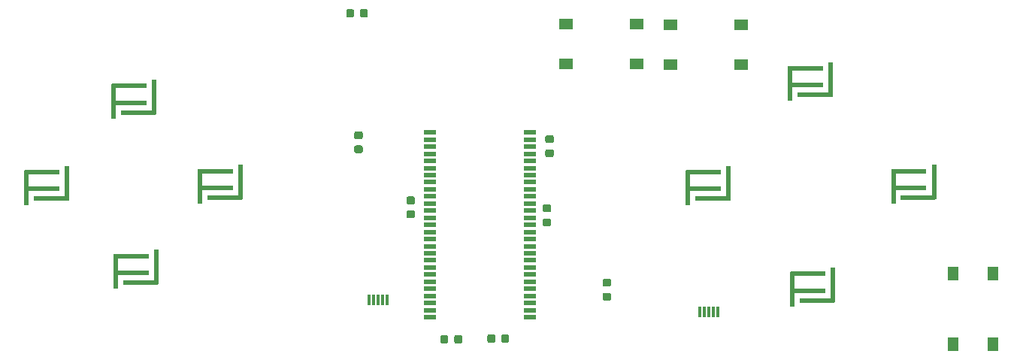
<source format=gbr>
G04 #@! TF.GenerationSoftware,KiCad,Pcbnew,5.1.3-ffb9f22~84~ubuntu18.10.1*
G04 #@! TF.CreationDate,2019-11-11T13:28:35-06:00*
G04 #@! TF.ProjectId,BurnedHead,4275726e-6564-4486-9561-642e6b696361,rev?*
G04 #@! TF.SameCoordinates,Original*
G04 #@! TF.FileFunction,Paste,Top*
G04 #@! TF.FilePolarity,Positive*
%FSLAX46Y46*%
G04 Gerber Fmt 4.6, Leading zero omitted, Abs format (unit mm)*
G04 Created by KiCad (PCBNEW 5.1.3-ffb9f22~84~ubuntu18.10.1) date 2019-11-11 13:28:35*
%MOMM*%
%LPD*%
G04 APERTURE LIST*
%ADD10R,0.300000X1.300000*%
%ADD11C,0.100000*%
%ADD12C,0.875000*%
%ADD13R,1.440000X0.550000*%
%ADD14R,1.300000X1.550000*%
%ADD15R,1.550000X1.300000*%
%ADD16R,4.000000X0.500000*%
%ADD17R,0.500000X4.000000*%
G04 APERTURE END LIST*
D10*
X240754660Y-176314620D03*
X241254660Y-176314620D03*
X241754660Y-176314620D03*
X242254660Y-176314620D03*
X242754660Y-176314620D03*
D11*
G36*
X224085982Y-156394288D02*
G01*
X224107217Y-156397438D01*
X224128041Y-156402654D01*
X224148253Y-156409886D01*
X224167659Y-156419065D01*
X224186072Y-156430101D01*
X224203315Y-156442889D01*
X224219221Y-156457305D01*
X224233637Y-156473211D01*
X224246425Y-156490454D01*
X224257461Y-156508867D01*
X224266640Y-156528273D01*
X224273872Y-156548485D01*
X224279088Y-156569309D01*
X224282238Y-156590544D01*
X224283291Y-156611985D01*
X224283291Y-157049485D01*
X224282238Y-157070926D01*
X224279088Y-157092161D01*
X224273872Y-157112985D01*
X224266640Y-157133197D01*
X224257461Y-157152603D01*
X224246425Y-157171016D01*
X224233637Y-157188259D01*
X224219221Y-157204165D01*
X224203315Y-157218581D01*
X224186072Y-157231369D01*
X224167659Y-157242405D01*
X224148253Y-157251584D01*
X224128041Y-157258816D01*
X224107217Y-157264032D01*
X224085982Y-157267182D01*
X224064541Y-157268235D01*
X223552041Y-157268235D01*
X223530600Y-157267182D01*
X223509365Y-157264032D01*
X223488541Y-157258816D01*
X223468329Y-157251584D01*
X223448923Y-157242405D01*
X223430510Y-157231369D01*
X223413267Y-157218581D01*
X223397361Y-157204165D01*
X223382945Y-157188259D01*
X223370157Y-157171016D01*
X223359121Y-157152603D01*
X223349942Y-157133197D01*
X223342710Y-157112985D01*
X223337494Y-157092161D01*
X223334344Y-157070926D01*
X223333291Y-157049485D01*
X223333291Y-156611985D01*
X223334344Y-156590544D01*
X223337494Y-156569309D01*
X223342710Y-156548485D01*
X223349942Y-156528273D01*
X223359121Y-156508867D01*
X223370157Y-156490454D01*
X223382945Y-156473211D01*
X223397361Y-156457305D01*
X223413267Y-156442889D01*
X223430510Y-156430101D01*
X223448923Y-156419065D01*
X223468329Y-156409886D01*
X223488541Y-156402654D01*
X223509365Y-156397438D01*
X223530600Y-156394288D01*
X223552041Y-156393235D01*
X224064541Y-156393235D01*
X224085982Y-156394288D01*
X224085982Y-156394288D01*
G37*
D12*
X223808291Y-156830735D03*
D11*
G36*
X224085982Y-157969288D02*
G01*
X224107217Y-157972438D01*
X224128041Y-157977654D01*
X224148253Y-157984886D01*
X224167659Y-157994065D01*
X224186072Y-158005101D01*
X224203315Y-158017889D01*
X224219221Y-158032305D01*
X224233637Y-158048211D01*
X224246425Y-158065454D01*
X224257461Y-158083867D01*
X224266640Y-158103273D01*
X224273872Y-158123485D01*
X224279088Y-158144309D01*
X224282238Y-158165544D01*
X224283291Y-158186985D01*
X224283291Y-158624485D01*
X224282238Y-158645926D01*
X224279088Y-158667161D01*
X224273872Y-158687985D01*
X224266640Y-158708197D01*
X224257461Y-158727603D01*
X224246425Y-158746016D01*
X224233637Y-158763259D01*
X224219221Y-158779165D01*
X224203315Y-158793581D01*
X224186072Y-158806369D01*
X224167659Y-158817405D01*
X224148253Y-158826584D01*
X224128041Y-158833816D01*
X224107217Y-158839032D01*
X224085982Y-158842182D01*
X224064541Y-158843235D01*
X223552041Y-158843235D01*
X223530600Y-158842182D01*
X223509365Y-158839032D01*
X223488541Y-158833816D01*
X223468329Y-158826584D01*
X223448923Y-158817405D01*
X223430510Y-158806369D01*
X223413267Y-158793581D01*
X223397361Y-158779165D01*
X223382945Y-158763259D01*
X223370157Y-158746016D01*
X223359121Y-158727603D01*
X223349942Y-158708197D01*
X223342710Y-158687985D01*
X223337494Y-158667161D01*
X223334344Y-158645926D01*
X223333291Y-158624485D01*
X223333291Y-158186985D01*
X223334344Y-158165544D01*
X223337494Y-158144309D01*
X223342710Y-158123485D01*
X223349942Y-158103273D01*
X223359121Y-158083867D01*
X223370157Y-158065454D01*
X223382945Y-158048211D01*
X223397361Y-158032305D01*
X223413267Y-158017889D01*
X223430510Y-158005101D01*
X223448923Y-157994065D01*
X223468329Y-157984886D01*
X223488541Y-157977654D01*
X223509365Y-157972438D01*
X223530600Y-157969288D01*
X223552041Y-157968235D01*
X224064541Y-157968235D01*
X224085982Y-157969288D01*
X224085982Y-157969288D01*
G37*
D12*
X223808291Y-158405735D03*
D11*
G36*
X223788212Y-165753223D02*
G01*
X223809447Y-165756373D01*
X223830271Y-165761589D01*
X223850483Y-165768821D01*
X223869889Y-165778000D01*
X223888302Y-165789036D01*
X223905545Y-165801824D01*
X223921451Y-165816240D01*
X223935867Y-165832146D01*
X223948655Y-165849389D01*
X223959691Y-165867802D01*
X223968870Y-165887208D01*
X223976102Y-165907420D01*
X223981318Y-165928244D01*
X223984468Y-165949479D01*
X223985521Y-165970920D01*
X223985521Y-166408420D01*
X223984468Y-166429861D01*
X223981318Y-166451096D01*
X223976102Y-166471920D01*
X223968870Y-166492132D01*
X223959691Y-166511538D01*
X223948655Y-166529951D01*
X223935867Y-166547194D01*
X223921451Y-166563100D01*
X223905545Y-166577516D01*
X223888302Y-166590304D01*
X223869889Y-166601340D01*
X223850483Y-166610519D01*
X223830271Y-166617751D01*
X223809447Y-166622967D01*
X223788212Y-166626117D01*
X223766771Y-166627170D01*
X223254271Y-166627170D01*
X223232830Y-166626117D01*
X223211595Y-166622967D01*
X223190771Y-166617751D01*
X223170559Y-166610519D01*
X223151153Y-166601340D01*
X223132740Y-166590304D01*
X223115497Y-166577516D01*
X223099591Y-166563100D01*
X223085175Y-166547194D01*
X223072387Y-166529951D01*
X223061351Y-166511538D01*
X223052172Y-166492132D01*
X223044940Y-166471920D01*
X223039724Y-166451096D01*
X223036574Y-166429861D01*
X223035521Y-166408420D01*
X223035521Y-165970920D01*
X223036574Y-165949479D01*
X223039724Y-165928244D01*
X223044940Y-165907420D01*
X223052172Y-165887208D01*
X223061351Y-165867802D01*
X223072387Y-165849389D01*
X223085175Y-165832146D01*
X223099591Y-165816240D01*
X223115497Y-165801824D01*
X223132740Y-165789036D01*
X223151153Y-165778000D01*
X223170559Y-165768821D01*
X223190771Y-165761589D01*
X223211595Y-165756373D01*
X223232830Y-165753223D01*
X223254271Y-165752170D01*
X223766771Y-165752170D01*
X223788212Y-165753223D01*
X223788212Y-165753223D01*
G37*
D12*
X223510521Y-166189670D03*
D11*
G36*
X223788212Y-164178223D02*
G01*
X223809447Y-164181373D01*
X223830271Y-164186589D01*
X223850483Y-164193821D01*
X223869889Y-164203000D01*
X223888302Y-164214036D01*
X223905545Y-164226824D01*
X223921451Y-164241240D01*
X223935867Y-164257146D01*
X223948655Y-164274389D01*
X223959691Y-164292802D01*
X223968870Y-164312208D01*
X223976102Y-164332420D01*
X223981318Y-164353244D01*
X223984468Y-164374479D01*
X223985521Y-164395920D01*
X223985521Y-164833420D01*
X223984468Y-164854861D01*
X223981318Y-164876096D01*
X223976102Y-164896920D01*
X223968870Y-164917132D01*
X223959691Y-164936538D01*
X223948655Y-164954951D01*
X223935867Y-164972194D01*
X223921451Y-164988100D01*
X223905545Y-165002516D01*
X223888302Y-165015304D01*
X223869889Y-165026340D01*
X223850483Y-165035519D01*
X223830271Y-165042751D01*
X223809447Y-165047967D01*
X223788212Y-165051117D01*
X223766771Y-165052170D01*
X223254271Y-165052170D01*
X223232830Y-165051117D01*
X223211595Y-165047967D01*
X223190771Y-165042751D01*
X223170559Y-165035519D01*
X223151153Y-165026340D01*
X223132740Y-165015304D01*
X223115497Y-165002516D01*
X223099591Y-164988100D01*
X223085175Y-164972194D01*
X223072387Y-164954951D01*
X223061351Y-164936538D01*
X223052172Y-164917132D01*
X223044940Y-164896920D01*
X223039724Y-164876096D01*
X223036574Y-164854861D01*
X223035521Y-164833420D01*
X223035521Y-164395920D01*
X223036574Y-164374479D01*
X223039724Y-164353244D01*
X223044940Y-164332420D01*
X223052172Y-164312208D01*
X223061351Y-164292802D01*
X223072387Y-164274389D01*
X223085175Y-164257146D01*
X223099591Y-164241240D01*
X223115497Y-164226824D01*
X223132740Y-164214036D01*
X223151153Y-164203000D01*
X223170559Y-164193821D01*
X223190771Y-164186589D01*
X223211595Y-164181373D01*
X223232830Y-164178223D01*
X223254271Y-164177170D01*
X223766771Y-164177170D01*
X223788212Y-164178223D01*
X223788212Y-164178223D01*
G37*
D12*
X223510521Y-164614670D03*
D11*
G36*
X202573116Y-155956137D02*
G01*
X202594351Y-155959287D01*
X202615175Y-155964503D01*
X202635387Y-155971735D01*
X202654793Y-155980914D01*
X202673206Y-155991950D01*
X202690449Y-156004738D01*
X202706355Y-156019154D01*
X202720771Y-156035060D01*
X202733559Y-156052303D01*
X202744595Y-156070716D01*
X202753774Y-156090122D01*
X202761006Y-156110334D01*
X202766222Y-156131158D01*
X202769372Y-156152393D01*
X202770425Y-156173834D01*
X202770425Y-156611334D01*
X202769372Y-156632775D01*
X202766222Y-156654010D01*
X202761006Y-156674834D01*
X202753774Y-156695046D01*
X202744595Y-156714452D01*
X202733559Y-156732865D01*
X202720771Y-156750108D01*
X202706355Y-156766014D01*
X202690449Y-156780430D01*
X202673206Y-156793218D01*
X202654793Y-156804254D01*
X202635387Y-156813433D01*
X202615175Y-156820665D01*
X202594351Y-156825881D01*
X202573116Y-156829031D01*
X202551675Y-156830084D01*
X202039175Y-156830084D01*
X202017734Y-156829031D01*
X201996499Y-156825881D01*
X201975675Y-156820665D01*
X201955463Y-156813433D01*
X201936057Y-156804254D01*
X201917644Y-156793218D01*
X201900401Y-156780430D01*
X201884495Y-156766014D01*
X201870079Y-156750108D01*
X201857291Y-156732865D01*
X201846255Y-156714452D01*
X201837076Y-156695046D01*
X201829844Y-156674834D01*
X201824628Y-156654010D01*
X201821478Y-156632775D01*
X201820425Y-156611334D01*
X201820425Y-156173834D01*
X201821478Y-156152393D01*
X201824628Y-156131158D01*
X201829844Y-156110334D01*
X201837076Y-156090122D01*
X201846255Y-156070716D01*
X201857291Y-156052303D01*
X201870079Y-156035060D01*
X201884495Y-156019154D01*
X201900401Y-156004738D01*
X201917644Y-155991950D01*
X201936057Y-155980914D01*
X201955463Y-155971735D01*
X201975675Y-155964503D01*
X201996499Y-155959287D01*
X202017734Y-155956137D01*
X202039175Y-155955084D01*
X202551675Y-155955084D01*
X202573116Y-155956137D01*
X202573116Y-155956137D01*
G37*
D12*
X202295425Y-156392584D03*
D11*
G36*
X202573116Y-157531137D02*
G01*
X202594351Y-157534287D01*
X202615175Y-157539503D01*
X202635387Y-157546735D01*
X202654793Y-157555914D01*
X202673206Y-157566950D01*
X202690449Y-157579738D01*
X202706355Y-157594154D01*
X202720771Y-157610060D01*
X202733559Y-157627303D01*
X202744595Y-157645716D01*
X202753774Y-157665122D01*
X202761006Y-157685334D01*
X202766222Y-157706158D01*
X202769372Y-157727393D01*
X202770425Y-157748834D01*
X202770425Y-158186334D01*
X202769372Y-158207775D01*
X202766222Y-158229010D01*
X202761006Y-158249834D01*
X202753774Y-158270046D01*
X202744595Y-158289452D01*
X202733559Y-158307865D01*
X202720771Y-158325108D01*
X202706355Y-158341014D01*
X202690449Y-158355430D01*
X202673206Y-158368218D01*
X202654793Y-158379254D01*
X202635387Y-158388433D01*
X202615175Y-158395665D01*
X202594351Y-158400881D01*
X202573116Y-158404031D01*
X202551675Y-158405084D01*
X202039175Y-158405084D01*
X202017734Y-158404031D01*
X201996499Y-158400881D01*
X201975675Y-158395665D01*
X201955463Y-158388433D01*
X201936057Y-158379254D01*
X201917644Y-158368218D01*
X201900401Y-158355430D01*
X201884495Y-158341014D01*
X201870079Y-158325108D01*
X201857291Y-158307865D01*
X201846255Y-158289452D01*
X201837076Y-158270046D01*
X201829844Y-158249834D01*
X201824628Y-158229010D01*
X201821478Y-158207775D01*
X201820425Y-158186334D01*
X201820425Y-157748834D01*
X201821478Y-157727393D01*
X201824628Y-157706158D01*
X201829844Y-157685334D01*
X201837076Y-157665122D01*
X201846255Y-157645716D01*
X201857291Y-157627303D01*
X201870079Y-157610060D01*
X201884495Y-157594154D01*
X201900401Y-157579738D01*
X201917644Y-157566950D01*
X201936057Y-157555914D01*
X201955463Y-157546735D01*
X201975675Y-157539503D01*
X201996499Y-157534287D01*
X202017734Y-157531137D01*
X202039175Y-157530084D01*
X202551675Y-157530084D01*
X202573116Y-157531137D01*
X202573116Y-157531137D01*
G37*
D12*
X202295425Y-157967584D03*
D11*
G36*
X213765725Y-178902695D02*
G01*
X213786960Y-178905845D01*
X213807784Y-178911061D01*
X213827996Y-178918293D01*
X213847402Y-178927472D01*
X213865815Y-178938508D01*
X213883058Y-178951296D01*
X213898964Y-178965712D01*
X213913380Y-178981618D01*
X213926168Y-178998861D01*
X213937204Y-179017274D01*
X213946383Y-179036680D01*
X213953615Y-179056892D01*
X213958831Y-179077716D01*
X213961981Y-179098951D01*
X213963034Y-179120392D01*
X213963034Y-179632892D01*
X213961981Y-179654333D01*
X213958831Y-179675568D01*
X213953615Y-179696392D01*
X213946383Y-179716604D01*
X213937204Y-179736010D01*
X213926168Y-179754423D01*
X213913380Y-179771666D01*
X213898964Y-179787572D01*
X213883058Y-179801988D01*
X213865815Y-179814776D01*
X213847402Y-179825812D01*
X213827996Y-179834991D01*
X213807784Y-179842223D01*
X213786960Y-179847439D01*
X213765725Y-179850589D01*
X213744284Y-179851642D01*
X213306784Y-179851642D01*
X213285343Y-179850589D01*
X213264108Y-179847439D01*
X213243284Y-179842223D01*
X213223072Y-179834991D01*
X213203666Y-179825812D01*
X213185253Y-179814776D01*
X213168010Y-179801988D01*
X213152104Y-179787572D01*
X213137688Y-179771666D01*
X213124900Y-179754423D01*
X213113864Y-179736010D01*
X213104685Y-179716604D01*
X213097453Y-179696392D01*
X213092237Y-179675568D01*
X213089087Y-179654333D01*
X213088034Y-179632892D01*
X213088034Y-179120392D01*
X213089087Y-179098951D01*
X213092237Y-179077716D01*
X213097453Y-179056892D01*
X213104685Y-179036680D01*
X213113864Y-179017274D01*
X213124900Y-178998861D01*
X213137688Y-178981618D01*
X213152104Y-178965712D01*
X213168010Y-178951296D01*
X213185253Y-178938508D01*
X213203666Y-178927472D01*
X213223072Y-178918293D01*
X213243284Y-178911061D01*
X213264108Y-178905845D01*
X213285343Y-178902695D01*
X213306784Y-178901642D01*
X213744284Y-178901642D01*
X213765725Y-178902695D01*
X213765725Y-178902695D01*
G37*
D12*
X213525534Y-179376642D03*
D11*
G36*
X212190725Y-178902695D02*
G01*
X212211960Y-178905845D01*
X212232784Y-178911061D01*
X212252996Y-178918293D01*
X212272402Y-178927472D01*
X212290815Y-178938508D01*
X212308058Y-178951296D01*
X212323964Y-178965712D01*
X212338380Y-178981618D01*
X212351168Y-178998861D01*
X212362204Y-179017274D01*
X212371383Y-179036680D01*
X212378615Y-179056892D01*
X212383831Y-179077716D01*
X212386981Y-179098951D01*
X212388034Y-179120392D01*
X212388034Y-179632892D01*
X212386981Y-179654333D01*
X212383831Y-179675568D01*
X212378615Y-179696392D01*
X212371383Y-179716604D01*
X212362204Y-179736010D01*
X212351168Y-179754423D01*
X212338380Y-179771666D01*
X212323964Y-179787572D01*
X212308058Y-179801988D01*
X212290815Y-179814776D01*
X212272402Y-179825812D01*
X212252996Y-179834991D01*
X212232784Y-179842223D01*
X212211960Y-179847439D01*
X212190725Y-179850589D01*
X212169284Y-179851642D01*
X211731784Y-179851642D01*
X211710343Y-179850589D01*
X211689108Y-179847439D01*
X211668284Y-179842223D01*
X211648072Y-179834991D01*
X211628666Y-179825812D01*
X211610253Y-179814776D01*
X211593010Y-179801988D01*
X211577104Y-179787572D01*
X211562688Y-179771666D01*
X211549900Y-179754423D01*
X211538864Y-179736010D01*
X211529685Y-179716604D01*
X211522453Y-179696392D01*
X211517237Y-179675568D01*
X211514087Y-179654333D01*
X211513034Y-179632892D01*
X211513034Y-179120392D01*
X211514087Y-179098951D01*
X211517237Y-179077716D01*
X211522453Y-179056892D01*
X211529685Y-179036680D01*
X211538864Y-179017274D01*
X211549900Y-178998861D01*
X211562688Y-178981618D01*
X211577104Y-178965712D01*
X211593010Y-178951296D01*
X211610253Y-178938508D01*
X211628666Y-178927472D01*
X211648072Y-178918293D01*
X211668284Y-178911061D01*
X211689108Y-178905845D01*
X211710343Y-178902695D01*
X211731784Y-178901642D01*
X212169284Y-178901642D01*
X212190725Y-178902695D01*
X212190725Y-178902695D01*
G37*
D12*
X211950534Y-179376642D03*
D11*
G36*
X219066371Y-178814493D02*
G01*
X219087606Y-178817643D01*
X219108430Y-178822859D01*
X219128642Y-178830091D01*
X219148048Y-178839270D01*
X219166461Y-178850306D01*
X219183704Y-178863094D01*
X219199610Y-178877510D01*
X219214026Y-178893416D01*
X219226814Y-178910659D01*
X219237850Y-178929072D01*
X219247029Y-178948478D01*
X219254261Y-178968690D01*
X219259477Y-178989514D01*
X219262627Y-179010749D01*
X219263680Y-179032190D01*
X219263680Y-179544690D01*
X219262627Y-179566131D01*
X219259477Y-179587366D01*
X219254261Y-179608190D01*
X219247029Y-179628402D01*
X219237850Y-179647808D01*
X219226814Y-179666221D01*
X219214026Y-179683464D01*
X219199610Y-179699370D01*
X219183704Y-179713786D01*
X219166461Y-179726574D01*
X219148048Y-179737610D01*
X219128642Y-179746789D01*
X219108430Y-179754021D01*
X219087606Y-179759237D01*
X219066371Y-179762387D01*
X219044930Y-179763440D01*
X218607430Y-179763440D01*
X218585989Y-179762387D01*
X218564754Y-179759237D01*
X218543930Y-179754021D01*
X218523718Y-179746789D01*
X218504312Y-179737610D01*
X218485899Y-179726574D01*
X218468656Y-179713786D01*
X218452750Y-179699370D01*
X218438334Y-179683464D01*
X218425546Y-179666221D01*
X218414510Y-179647808D01*
X218405331Y-179628402D01*
X218398099Y-179608190D01*
X218392883Y-179587366D01*
X218389733Y-179566131D01*
X218388680Y-179544690D01*
X218388680Y-179032190D01*
X218389733Y-179010749D01*
X218392883Y-178989514D01*
X218398099Y-178968690D01*
X218405331Y-178948478D01*
X218414510Y-178929072D01*
X218425546Y-178910659D01*
X218438334Y-178893416D01*
X218452750Y-178877510D01*
X218468656Y-178863094D01*
X218485899Y-178850306D01*
X218504312Y-178839270D01*
X218523718Y-178830091D01*
X218543930Y-178822859D01*
X218564754Y-178817643D01*
X218585989Y-178814493D01*
X218607430Y-178813440D01*
X219044930Y-178813440D01*
X219066371Y-178814493D01*
X219066371Y-178814493D01*
G37*
D12*
X218826180Y-179288440D03*
D11*
G36*
X217491371Y-178814493D02*
G01*
X217512606Y-178817643D01*
X217533430Y-178822859D01*
X217553642Y-178830091D01*
X217573048Y-178839270D01*
X217591461Y-178850306D01*
X217608704Y-178863094D01*
X217624610Y-178877510D01*
X217639026Y-178893416D01*
X217651814Y-178910659D01*
X217662850Y-178929072D01*
X217672029Y-178948478D01*
X217679261Y-178968690D01*
X217684477Y-178989514D01*
X217687627Y-179010749D01*
X217688680Y-179032190D01*
X217688680Y-179544690D01*
X217687627Y-179566131D01*
X217684477Y-179587366D01*
X217679261Y-179608190D01*
X217672029Y-179628402D01*
X217662850Y-179647808D01*
X217651814Y-179666221D01*
X217639026Y-179683464D01*
X217624610Y-179699370D01*
X217608704Y-179713786D01*
X217591461Y-179726574D01*
X217573048Y-179737610D01*
X217553642Y-179746789D01*
X217533430Y-179754021D01*
X217512606Y-179759237D01*
X217491371Y-179762387D01*
X217469930Y-179763440D01*
X217032430Y-179763440D01*
X217010989Y-179762387D01*
X216989754Y-179759237D01*
X216968930Y-179754021D01*
X216948718Y-179746789D01*
X216929312Y-179737610D01*
X216910899Y-179726574D01*
X216893656Y-179713786D01*
X216877750Y-179699370D01*
X216863334Y-179683464D01*
X216850546Y-179666221D01*
X216839510Y-179647808D01*
X216830331Y-179628402D01*
X216823099Y-179608190D01*
X216817883Y-179587366D01*
X216814733Y-179566131D01*
X216813680Y-179544690D01*
X216813680Y-179032190D01*
X216814733Y-179010749D01*
X216817883Y-178989514D01*
X216823099Y-178968690D01*
X216830331Y-178948478D01*
X216839510Y-178929072D01*
X216850546Y-178910659D01*
X216863334Y-178893416D01*
X216877750Y-178877510D01*
X216893656Y-178863094D01*
X216910899Y-178850306D01*
X216929312Y-178839270D01*
X216948718Y-178830091D01*
X216968930Y-178822859D01*
X216989754Y-178817643D01*
X217010989Y-178814493D01*
X217032430Y-178813440D01*
X217469930Y-178813440D01*
X217491371Y-178814493D01*
X217491371Y-178814493D01*
G37*
D12*
X217251180Y-179288440D03*
D11*
G36*
X230541391Y-174132773D02*
G01*
X230562626Y-174135923D01*
X230583450Y-174141139D01*
X230603662Y-174148371D01*
X230623068Y-174157550D01*
X230641481Y-174168586D01*
X230658724Y-174181374D01*
X230674630Y-174195790D01*
X230689046Y-174211696D01*
X230701834Y-174228939D01*
X230712870Y-174247352D01*
X230722049Y-174266758D01*
X230729281Y-174286970D01*
X230734497Y-174307794D01*
X230737647Y-174329029D01*
X230738700Y-174350470D01*
X230738700Y-174787970D01*
X230737647Y-174809411D01*
X230734497Y-174830646D01*
X230729281Y-174851470D01*
X230722049Y-174871682D01*
X230712870Y-174891088D01*
X230701834Y-174909501D01*
X230689046Y-174926744D01*
X230674630Y-174942650D01*
X230658724Y-174957066D01*
X230641481Y-174969854D01*
X230623068Y-174980890D01*
X230603662Y-174990069D01*
X230583450Y-174997301D01*
X230562626Y-175002517D01*
X230541391Y-175005667D01*
X230519950Y-175006720D01*
X230007450Y-175006720D01*
X229986009Y-175005667D01*
X229964774Y-175002517D01*
X229943950Y-174997301D01*
X229923738Y-174990069D01*
X229904332Y-174980890D01*
X229885919Y-174969854D01*
X229868676Y-174957066D01*
X229852770Y-174942650D01*
X229838354Y-174926744D01*
X229825566Y-174909501D01*
X229814530Y-174891088D01*
X229805351Y-174871682D01*
X229798119Y-174851470D01*
X229792903Y-174830646D01*
X229789753Y-174809411D01*
X229788700Y-174787970D01*
X229788700Y-174350470D01*
X229789753Y-174329029D01*
X229792903Y-174307794D01*
X229798119Y-174286970D01*
X229805351Y-174266758D01*
X229814530Y-174247352D01*
X229825566Y-174228939D01*
X229838354Y-174211696D01*
X229852770Y-174195790D01*
X229868676Y-174181374D01*
X229885919Y-174168586D01*
X229904332Y-174157550D01*
X229923738Y-174148371D01*
X229943950Y-174141139D01*
X229964774Y-174135923D01*
X229986009Y-174132773D01*
X230007450Y-174131720D01*
X230519950Y-174131720D01*
X230541391Y-174132773D01*
X230541391Y-174132773D01*
G37*
D12*
X230263700Y-174569220D03*
D11*
G36*
X230541391Y-172557773D02*
G01*
X230562626Y-172560923D01*
X230583450Y-172566139D01*
X230603662Y-172573371D01*
X230623068Y-172582550D01*
X230641481Y-172593586D01*
X230658724Y-172606374D01*
X230674630Y-172620790D01*
X230689046Y-172636696D01*
X230701834Y-172653939D01*
X230712870Y-172672352D01*
X230722049Y-172691758D01*
X230729281Y-172711970D01*
X230734497Y-172732794D01*
X230737647Y-172754029D01*
X230738700Y-172775470D01*
X230738700Y-173212970D01*
X230737647Y-173234411D01*
X230734497Y-173255646D01*
X230729281Y-173276470D01*
X230722049Y-173296682D01*
X230712870Y-173316088D01*
X230701834Y-173334501D01*
X230689046Y-173351744D01*
X230674630Y-173367650D01*
X230658724Y-173382066D01*
X230641481Y-173394854D01*
X230623068Y-173405890D01*
X230603662Y-173415069D01*
X230583450Y-173422301D01*
X230562626Y-173427517D01*
X230541391Y-173430667D01*
X230519950Y-173431720D01*
X230007450Y-173431720D01*
X229986009Y-173430667D01*
X229964774Y-173427517D01*
X229943950Y-173422301D01*
X229923738Y-173415069D01*
X229904332Y-173405890D01*
X229885919Y-173394854D01*
X229868676Y-173382066D01*
X229852770Y-173367650D01*
X229838354Y-173351744D01*
X229825566Y-173334501D01*
X229814530Y-173316088D01*
X229805351Y-173296682D01*
X229798119Y-173276470D01*
X229792903Y-173255646D01*
X229789753Y-173234411D01*
X229788700Y-173212970D01*
X229788700Y-172775470D01*
X229789753Y-172754029D01*
X229792903Y-172732794D01*
X229798119Y-172711970D01*
X229805351Y-172691758D01*
X229814530Y-172672352D01*
X229825566Y-172653939D01*
X229838354Y-172636696D01*
X229852770Y-172620790D01*
X229868676Y-172606374D01*
X229885919Y-172593586D01*
X229904332Y-172582550D01*
X229923738Y-172573371D01*
X229943950Y-172566139D01*
X229964774Y-172560923D01*
X229986009Y-172557773D01*
X230007450Y-172556720D01*
X230519950Y-172556720D01*
X230541391Y-172557773D01*
X230541391Y-172557773D01*
G37*
D12*
X230263700Y-172994220D03*
D11*
G36*
X203153304Y-142174004D02*
G01*
X203174539Y-142177154D01*
X203195363Y-142182370D01*
X203215575Y-142189602D01*
X203234981Y-142198781D01*
X203253394Y-142209817D01*
X203270637Y-142222605D01*
X203286543Y-142237021D01*
X203300959Y-142252927D01*
X203313747Y-142270170D01*
X203324783Y-142288583D01*
X203333962Y-142307989D01*
X203341194Y-142328201D01*
X203346410Y-142349025D01*
X203349560Y-142370260D01*
X203350613Y-142391701D01*
X203350613Y-142904201D01*
X203349560Y-142925642D01*
X203346410Y-142946877D01*
X203341194Y-142967701D01*
X203333962Y-142987913D01*
X203324783Y-143007319D01*
X203313747Y-143025732D01*
X203300959Y-143042975D01*
X203286543Y-143058881D01*
X203270637Y-143073297D01*
X203253394Y-143086085D01*
X203234981Y-143097121D01*
X203215575Y-143106300D01*
X203195363Y-143113532D01*
X203174539Y-143118748D01*
X203153304Y-143121898D01*
X203131863Y-143122951D01*
X202694363Y-143122951D01*
X202672922Y-143121898D01*
X202651687Y-143118748D01*
X202630863Y-143113532D01*
X202610651Y-143106300D01*
X202591245Y-143097121D01*
X202572832Y-143086085D01*
X202555589Y-143073297D01*
X202539683Y-143058881D01*
X202525267Y-143042975D01*
X202512479Y-143025732D01*
X202501443Y-143007319D01*
X202492264Y-142987913D01*
X202485032Y-142967701D01*
X202479816Y-142946877D01*
X202476666Y-142925642D01*
X202475613Y-142904201D01*
X202475613Y-142391701D01*
X202476666Y-142370260D01*
X202479816Y-142349025D01*
X202485032Y-142328201D01*
X202492264Y-142307989D01*
X202501443Y-142288583D01*
X202512479Y-142270170D01*
X202525267Y-142252927D01*
X202539683Y-142237021D01*
X202555589Y-142222605D01*
X202572832Y-142209817D01*
X202591245Y-142198781D01*
X202610651Y-142189602D01*
X202630863Y-142182370D01*
X202651687Y-142177154D01*
X202672922Y-142174004D01*
X202694363Y-142172951D01*
X203131863Y-142172951D01*
X203153304Y-142174004D01*
X203153304Y-142174004D01*
G37*
D12*
X202913113Y-142647951D03*
D11*
G36*
X201578304Y-142174004D02*
G01*
X201599539Y-142177154D01*
X201620363Y-142182370D01*
X201640575Y-142189602D01*
X201659981Y-142198781D01*
X201678394Y-142209817D01*
X201695637Y-142222605D01*
X201711543Y-142237021D01*
X201725959Y-142252927D01*
X201738747Y-142270170D01*
X201749783Y-142288583D01*
X201758962Y-142307989D01*
X201766194Y-142328201D01*
X201771410Y-142349025D01*
X201774560Y-142370260D01*
X201775613Y-142391701D01*
X201775613Y-142904201D01*
X201774560Y-142925642D01*
X201771410Y-142946877D01*
X201766194Y-142967701D01*
X201758962Y-142987913D01*
X201749783Y-143007319D01*
X201738747Y-143025732D01*
X201725959Y-143042975D01*
X201711543Y-143058881D01*
X201695637Y-143073297D01*
X201678394Y-143086085D01*
X201659981Y-143097121D01*
X201640575Y-143106300D01*
X201620363Y-143113532D01*
X201599539Y-143118748D01*
X201578304Y-143121898D01*
X201556863Y-143122951D01*
X201119363Y-143122951D01*
X201097922Y-143121898D01*
X201076687Y-143118748D01*
X201055863Y-143113532D01*
X201035651Y-143106300D01*
X201016245Y-143097121D01*
X200997832Y-143086085D01*
X200980589Y-143073297D01*
X200964683Y-143058881D01*
X200950267Y-143042975D01*
X200937479Y-143025732D01*
X200926443Y-143007319D01*
X200917264Y-142987913D01*
X200910032Y-142967701D01*
X200904816Y-142946877D01*
X200901666Y-142925642D01*
X200900613Y-142904201D01*
X200900613Y-142391701D01*
X200901666Y-142370260D01*
X200904816Y-142349025D01*
X200910032Y-142328201D01*
X200917264Y-142307989D01*
X200926443Y-142288583D01*
X200937479Y-142270170D01*
X200950267Y-142252927D01*
X200964683Y-142237021D01*
X200980589Y-142222605D01*
X200997832Y-142209817D01*
X201016245Y-142198781D01*
X201035651Y-142189602D01*
X201055863Y-142182370D01*
X201076687Y-142177154D01*
X201097922Y-142174004D01*
X201119363Y-142172951D01*
X201556863Y-142172951D01*
X201578304Y-142174004D01*
X201578304Y-142174004D01*
G37*
D12*
X201338113Y-142647951D03*
D11*
G36*
X208456520Y-164863084D02*
G01*
X208477755Y-164866234D01*
X208498579Y-164871450D01*
X208518791Y-164878682D01*
X208538197Y-164887861D01*
X208556610Y-164898897D01*
X208573853Y-164911685D01*
X208589759Y-164926101D01*
X208604175Y-164942007D01*
X208616963Y-164959250D01*
X208627999Y-164977663D01*
X208637178Y-164997069D01*
X208644410Y-165017281D01*
X208649626Y-165038105D01*
X208652776Y-165059340D01*
X208653829Y-165080781D01*
X208653829Y-165518281D01*
X208652776Y-165539722D01*
X208649626Y-165560957D01*
X208644410Y-165581781D01*
X208637178Y-165601993D01*
X208627999Y-165621399D01*
X208616963Y-165639812D01*
X208604175Y-165657055D01*
X208589759Y-165672961D01*
X208573853Y-165687377D01*
X208556610Y-165700165D01*
X208538197Y-165711201D01*
X208518791Y-165720380D01*
X208498579Y-165727612D01*
X208477755Y-165732828D01*
X208456520Y-165735978D01*
X208435079Y-165737031D01*
X207922579Y-165737031D01*
X207901138Y-165735978D01*
X207879903Y-165732828D01*
X207859079Y-165727612D01*
X207838867Y-165720380D01*
X207819461Y-165711201D01*
X207801048Y-165700165D01*
X207783805Y-165687377D01*
X207767899Y-165672961D01*
X207753483Y-165657055D01*
X207740695Y-165639812D01*
X207729659Y-165621399D01*
X207720480Y-165601993D01*
X207713248Y-165581781D01*
X207708032Y-165560957D01*
X207704882Y-165539722D01*
X207703829Y-165518281D01*
X207703829Y-165080781D01*
X207704882Y-165059340D01*
X207708032Y-165038105D01*
X207713248Y-165017281D01*
X207720480Y-164997069D01*
X207729659Y-164977663D01*
X207740695Y-164959250D01*
X207753483Y-164942007D01*
X207767899Y-164926101D01*
X207783805Y-164911685D01*
X207801048Y-164898897D01*
X207819461Y-164887861D01*
X207838867Y-164878682D01*
X207859079Y-164871450D01*
X207879903Y-164866234D01*
X207901138Y-164863084D01*
X207922579Y-164862031D01*
X208435079Y-164862031D01*
X208456520Y-164863084D01*
X208456520Y-164863084D01*
G37*
D12*
X208178829Y-165299531D03*
D11*
G36*
X208456520Y-163288084D02*
G01*
X208477755Y-163291234D01*
X208498579Y-163296450D01*
X208518791Y-163303682D01*
X208538197Y-163312861D01*
X208556610Y-163323897D01*
X208573853Y-163336685D01*
X208589759Y-163351101D01*
X208604175Y-163367007D01*
X208616963Y-163384250D01*
X208627999Y-163402663D01*
X208637178Y-163422069D01*
X208644410Y-163442281D01*
X208649626Y-163463105D01*
X208652776Y-163484340D01*
X208653829Y-163505781D01*
X208653829Y-163943281D01*
X208652776Y-163964722D01*
X208649626Y-163985957D01*
X208644410Y-164006781D01*
X208637178Y-164026993D01*
X208627999Y-164046399D01*
X208616963Y-164064812D01*
X208604175Y-164082055D01*
X208589759Y-164097961D01*
X208573853Y-164112377D01*
X208556610Y-164125165D01*
X208538197Y-164136201D01*
X208518791Y-164145380D01*
X208498579Y-164152612D01*
X208477755Y-164157828D01*
X208456520Y-164160978D01*
X208435079Y-164162031D01*
X207922579Y-164162031D01*
X207901138Y-164160978D01*
X207879903Y-164157828D01*
X207859079Y-164152612D01*
X207838867Y-164145380D01*
X207819461Y-164136201D01*
X207801048Y-164125165D01*
X207783805Y-164112377D01*
X207767899Y-164097961D01*
X207753483Y-164082055D01*
X207740695Y-164064812D01*
X207729659Y-164046399D01*
X207720480Y-164026993D01*
X207713248Y-164006781D01*
X207708032Y-163985957D01*
X207704882Y-163964722D01*
X207703829Y-163943281D01*
X207703829Y-163505781D01*
X207704882Y-163484340D01*
X207708032Y-163463105D01*
X207713248Y-163442281D01*
X207720480Y-163422069D01*
X207729659Y-163402663D01*
X207740695Y-163384250D01*
X207753483Y-163367007D01*
X207767899Y-163351101D01*
X207783805Y-163336685D01*
X207801048Y-163323897D01*
X207819461Y-163312861D01*
X207838867Y-163303682D01*
X207859079Y-163296450D01*
X207879903Y-163291234D01*
X207901138Y-163288084D01*
X207922579Y-163287031D01*
X208435079Y-163287031D01*
X208456520Y-163288084D01*
X208456520Y-163288084D01*
G37*
D12*
X208178829Y-163724531D03*
D13*
X221585000Y-156079000D03*
X221585000Y-156879000D03*
X221585000Y-157679000D03*
X221585000Y-158479000D03*
X221585000Y-159279000D03*
X221585000Y-160079000D03*
X221585000Y-160879000D03*
X221585000Y-161679000D03*
X221585000Y-162479000D03*
X221585000Y-163279000D03*
X221585000Y-164079000D03*
X221585000Y-164879000D03*
X221585000Y-165679000D03*
X221585000Y-166479000D03*
X221585000Y-167279000D03*
X221585000Y-168079000D03*
X221585000Y-168879000D03*
X221585000Y-169679000D03*
X221585000Y-170479000D03*
X221585000Y-171279000D03*
X221585000Y-172079000D03*
X221585000Y-172879000D03*
X221585000Y-173679000D03*
X221585000Y-174479000D03*
X221585000Y-175279000D03*
X221585000Y-176079000D03*
X221585000Y-176879000D03*
X210345000Y-176879000D03*
X210345000Y-176079000D03*
X210345000Y-175279000D03*
X210345000Y-174479000D03*
X210345000Y-173679000D03*
X210345000Y-172879000D03*
X210345000Y-172079000D03*
X210345000Y-171279000D03*
X210345000Y-170479000D03*
X210345000Y-169679000D03*
X210345000Y-168879000D03*
X210345000Y-168079000D03*
X210345000Y-167279000D03*
X210345000Y-166479000D03*
X210345000Y-165679000D03*
X210345000Y-164879000D03*
X210345000Y-164079000D03*
X210345000Y-163279000D03*
X210345000Y-162479000D03*
X210345000Y-161679000D03*
X210345000Y-160879000D03*
X210345000Y-160079000D03*
X210345000Y-159279000D03*
X210345000Y-158479000D03*
X210345000Y-157679000D03*
X210345000Y-156879000D03*
X210345000Y-156079000D03*
D10*
X203497940Y-174920160D03*
X203997940Y-174920160D03*
X204497940Y-174920160D03*
X204997940Y-174920160D03*
X205497940Y-174920160D03*
D14*
X269253140Y-179963900D03*
X273753140Y-179963900D03*
X273753140Y-172003900D03*
X269253140Y-172003900D03*
D15*
X245360000Y-148430000D03*
X245360000Y-143930000D03*
X237400000Y-143930000D03*
X237400000Y-148430000D03*
X233640000Y-148370000D03*
X233640000Y-143870000D03*
X225680000Y-143870000D03*
X225680000Y-148370000D03*
D16*
X252685000Y-148835000D03*
D17*
X255485000Y-150085000D03*
D16*
X253685000Y-151835000D03*
X252685000Y-150735000D03*
D17*
X250935000Y-150585000D03*
X255715000Y-173235000D03*
D16*
X253915000Y-174985000D03*
X252915000Y-171985000D03*
D17*
X251165000Y-173735000D03*
D16*
X252915000Y-173885000D03*
X241155000Y-160535000D03*
X241155000Y-162435000D03*
D17*
X239405000Y-162285000D03*
D16*
X242155000Y-163535000D03*
D17*
X243955000Y-161785000D03*
X267115000Y-161675000D03*
D16*
X265315000Y-163425000D03*
D17*
X262565000Y-162175000D03*
D16*
X264315000Y-162325000D03*
X264315000Y-160425000D03*
X176485000Y-150835000D03*
D17*
X179285000Y-152085000D03*
D16*
X177485000Y-153835000D03*
X176485000Y-152735000D03*
D17*
X174735000Y-152585000D03*
X179515000Y-171235000D03*
D16*
X177715000Y-172985000D03*
X176715000Y-169985000D03*
D17*
X174965000Y-171735000D03*
D16*
X176715000Y-171885000D03*
X166655000Y-160535000D03*
X166655000Y-162435000D03*
D17*
X164905000Y-162285000D03*
D16*
X167655000Y-163535000D03*
D17*
X169455000Y-161785000D03*
X189015000Y-161675000D03*
D16*
X187215000Y-163425000D03*
D17*
X184465000Y-162175000D03*
D16*
X186215000Y-162325000D03*
X186215000Y-160425000D03*
M02*

</source>
